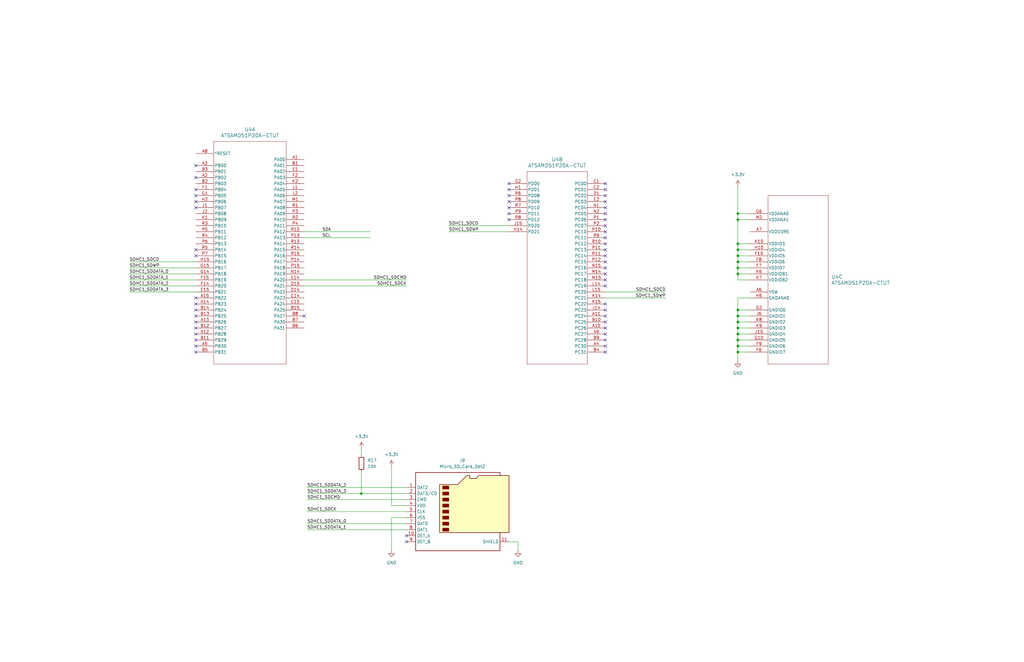
<source format=kicad_sch>
(kicad_sch (version 20250114) (generator "eeschema") (generator_version "9.0")
  (paper "B")
  (lib_symbols
    (symbol "ATSAMD51P20A:ATSAMD51P20A-CTUT" (pin_names (offset 0.254))
      (property "Reference" "U" (at 22.86 10.16 0))
      (property "Value" "ATSAMD51P20A-CTUT" (at 22.86 7.62 0))
      (symbol "ATSAMD51P20A-CTUT_1_1"
        (polyline (pts (xy 7.62 5.08) (xy 7.62 -88.9)) (stroke (width 0.127)))
        (polyline (pts (xy 7.62 -88.9) (xy 38.1 -88.9)) (stroke (width 0.127)))
        (polyline (pts (xy 38.1 5.08) (xy 7.62 5.08)) (stroke (width 0.127)))
        (polyline (pts (xy 38.1 -88.9) (xy 38.1 5.08)) (stroke (width 0.127)))
        (pin input line (at 0 0 0) (length 7.62) (name "*RESET") (number "A8"))
        (pin bidirectional line (at 0 -5.08 0) (length 7.62) (name "PB00") (number "A3"))
        (pin bidirectional line (at 0 -7.62 0) (length 7.62) (name "PB01") (number "B3"))
        (pin bidirectional line (at 0 -10.16 0) (length 7.62) (name "PB02") (number "A2"))
        (pin bidirectional line (at 0 -12.7 0) (length 7.62) (name "PB03") (number "B2"))
        (pin bidirectional line (at 0 -15.24 0) (length 7.62) (name "PB04") (number "F1"))
        (pin bidirectional line (at 0 -17.78 0) (length 7.62) (name "PB05") (number "G1"))
        (pin bidirectional line (at 0 -20.32 0) (length 7.62) (name "PB06") (number "H2"))
        (pin bidirectional line (at 0 -22.86 0) (length 7.62) (name "PB07") (number "J1"))
        (pin bidirectional line (at 0 -25.4 0) (length 7.62) (name "PB08") (number "J2"))
        (pin bidirectional line (at 0 -27.94 0) (length 7.62) (name "PB09") (number "K1"))
        (pin bidirectional line (at 0 -30.48 0) (length 7.62) (name "PB10") (number "R3"))
        (pin bidirectional line (at 0 -33.02 0) (length 7.62) (name "PB11") (number "P5"))
        (pin bidirectional line (at 0 -35.56 0) (length 7.62) (name "PB12") (number "R4"))
        (pin bidirectional line (at 0 -38.1 0) (length 7.62) (name "PB13") (number "P6"))
        (pin bidirectional line (at 0 -40.64 0) (length 7.62) (name "PB14") (number "R5"))
        (pin bidirectional line (at 0 -43.18 0) (length 7.62) (name "PB15") (number "P7"))
        (pin bidirectional line (at 0 -45.72 0) (length 7.62) (name "PB16") (number "H15"))
        (pin bidirectional line (at 0 -48.26 0) (length 7.62) (name "PB17") (number "G15"))
        (pin bidirectional line (at 0 -50.8 0) (length 7.62) (name "PB18") (number "G14"))
        (pin bidirectional line (at 0 -53.34 0) (length 7.62) (name "PB19") (number "F15"))
        (pin bidirectional line (at 0 -55.88 0) (length 7.62) (name "PB20") (number "F14"))
        (pin bidirectional line (at 0 -58.42 0) (length 7.62) (name "PB21") (number "E15"))
        (pin bidirectional line (at 0 -60.96 0) (length 7.62) (name "PB22") (number "A15"))
        (pin bidirectional line (at 0 -63.5 0) (length 7.62) (name "PB23") (number "A14"))
        (pin bidirectional line (at 0 -66.04 0) (length 7.62) (name "PB24") (number "B14"))
        (pin bidirectional line (at 0 -68.58 0) (length 7.62) (name "PB25") (number "B13"))
        (pin bidirectional line (at 0 -71.12 0) (length 7.62) (name "PB26") (number "A13"))
        (pin bidirectional line (at 0 -73.66 0) (length 7.62) (name "PB27") (number "B12"))
        (pin bidirectional line (at 0 -76.2 0) (length 7.62) (name "PB28") (number "A12"))
        (pin bidirectional line (at 0 -78.74 0) (length 7.62) (name "PB29") (number "B11"))
        (pin bidirectional line (at 0 -81.28 0) (length 7.62) (name "PB30") (number "A5"))
        (pin bidirectional line (at 0 -83.82 0) (length 7.62) (name "PB31") (number "B5"))
        (pin bidirectional line (at 45.72 -2.54 180) (length 7.62) (name "PA00") (number "A1"))
        (pin bidirectional line (at 45.72 -5.08 180) (length 7.62) (name "PA01") (number "B1"))
        (pin bidirectional line (at 45.72 -7.62 180) (length 7.62) (name "PA02") (number "E1"))
        (pin bidirectional line (at 45.72 -10.16 180) (length 7.62) (name "PA03") (number "F2"))
        (pin bidirectional line (at 45.72 -12.7 180) (length 7.62) (name "PA04") (number "K2"))
        (pin bidirectional line (at 45.72 -15.24 180) (length 7.62) (name "PA05") (number "L1"))
        (pin bidirectional line (at 45.72 -17.78 180) (length 7.62) (name "PA06") (number "L2"))
        (pin bidirectional line (at 45.72 -20.32 180) (length 7.62) (name "PA07") (number "M1"))
        (pin bidirectional line (at 45.72 -22.86 180) (length 7.62) (name "PA08") (number "R1"))
        (pin bidirectional line (at 45.72 -25.4 180) (length 7.62) (name "PA09") (number "P3"))
        (pin bidirectional line (at 45.72 -27.94 180) (length 7.62) (name "PA10") (number "R2"))
        (pin bidirectional line (at 45.72 -30.48 180) (length 7.62) (name "PA11") (number "P4"))
        (pin bidirectional line (at 45.72 -33.02 180) (length 7.62) (name "PA12") (number "R12"))
        (pin bidirectional line (at 45.72 -35.56 180) (length 7.62) (name "PA13") (number "P13"))
        (pin bidirectional line (at 45.72 -38.1 180) (length 7.62) (name "PA14") (number "R13"))
        (pin bidirectional line (at 45.72 -40.64 180) (length 7.62) (name "PA15") (number "R14"))
        (pin bidirectional line (at 45.72 -43.18 180) (length 7.62) (name "PA16") (number "R15"))
        (pin bidirectional line (at 45.72 -45.72 180) (length 7.62) (name "PA17") (number "P14"))
        (pin bidirectional line (at 45.72 -48.26 180) (length 7.62) (name "PA18") (number "P15"))
        (pin bidirectional line (at 45.72 -50.8 180) (length 7.62) (name "PA19") (number "N14"))
        (pin bidirectional line (at 45.72 -53.34 180) (length 7.62) (name "PA20") (number "E14"))
        (pin bidirectional line (at 45.72 -55.88 180) (length 7.62) (name "PA21") (number "D15"))
        (pin bidirectional line (at 45.72 -58.42 180) (length 7.62) (name "PA22") (number "D14"))
        (pin bidirectional line (at 45.72 -60.96 180) (length 7.62) (name "PA23") (number "C14"))
        (pin bidirectional line (at 45.72 -63.5 180) (length 7.62) (name "PA24") (number "C15"))
        (pin bidirectional line (at 45.72 -66.04 180) (length 7.62) (name "PA25") (number "B15"))
        (pin bidirectional line (at 45.72 -68.58 180) (length 7.62) (name "PA27") (number "B8"))
        (pin bidirectional line (at 45.72 -71.12 180) (length 7.62) (name "PA30") (number "B7"))
        (pin bidirectional line (at 45.72 -73.66 180) (length 7.62) (name "PA31") (number "B6"))
      )
      (symbol "ATSAMD51P20A-CTUT_2_1"
        (polyline (pts (xy 7.62 5.08) (xy 7.62 -76.2)) (stroke (width 0.127)))
        (polyline (pts (xy 7.62 -76.2) (xy 33.02 -76.2)) (stroke (width 0.127)))
        (polyline (pts (xy 33.02 5.08) (xy 7.62 5.08)) (stroke (width 0.127)))
        (polyline (pts (xy 33.02 -76.2) (xy 33.02 5.08)) (stroke (width 0.127)))
        (pin bidirectional line (at 0 0 0) (length 7.62) (name "PD00") (number "G2"))
        (pin bidirectional line (at 0 -2.54 0) (length 7.62) (name "PD01") (number "H1"))
        (pin bidirectional line (at 0 -5.08 0) (length 7.62) (name "PD08") (number "R6"))
        (pin bidirectional line (at 0 -7.62 0) (length 7.62) (name "PD09") (number "P8"))
        (pin bidirectional line (at 0 -10.16 0) (length 7.62) (name "PD10") (number "R7"))
        (pin bidirectional line (at 0 -12.7 0) (length 7.62) (name "PD11") (number "P9"))
        (pin bidirectional line (at 0 -15.24 0) (length 7.62) (name "PD12") (number "R8"))
        (pin bidirectional line (at 0 -17.78 0) (length 7.62) (name "PD20") (number "J15"))
        (pin bidirectional line (at 0 -20.32 0) (length 7.62) (name "PD21") (number "H14"))
        (pin bidirectional line (at 40.64 0 180) (length 7.62) (name "PC00") (number "C1"))
        (pin bidirectional line (at 40.64 -2.54 180) (length 7.62) (name "PC01") (number "C2"))
        (pin bidirectional line (at 40.64 -5.08 180) (length 7.62) (name "PC02") (number "D1"))
        (pin bidirectional line (at 40.64 -7.62 180) (length 7.62) (name "PC03") (number "E2"))
        (pin bidirectional line (at 40.64 -10.16 180) (length 7.62) (name "PC04") (number "N1"))
        (pin bidirectional line (at 40.64 -12.7 180) (length 7.62) (name "PC05") (number "N2"))
        (pin bidirectional line (at 40.64 -15.24 180) (length 7.62) (name "PC06") (number "P1"))
        (pin bidirectional line (at 40.64 -17.78 180) (length 7.62) (name "PC07") (number "P2"))
        (pin bidirectional line (at 40.64 -20.32 180) (length 7.62) (name "PC10") (number "P10"))
        (pin bidirectional line (at 40.64 -22.86 180) (length 7.62) (name "PC11") (number "R9"))
        (pin bidirectional line (at 40.64 -25.4 180) (length 7.62) (name "PC12") (number "R10"))
        (pin bidirectional line (at 40.64 -27.94 180) (length 7.62) (name "PC13") (number "P11"))
        (pin bidirectional line (at 40.64 -30.48 180) (length 7.62) (name "PC14") (number "R11"))
        (pin bidirectional line (at 40.64 -33.02 180) (length 7.62) (name "PC15") (number "P12"))
        (pin bidirectional line (at 40.64 -35.56 180) (length 7.62) (name "PC16") (number "N15"))
        (pin bidirectional line (at 40.64 -38.1 180) (length 7.62) (name "PC17") (number "M14"))
        (pin bidirectional line (at 40.64 -40.64 180) (length 7.62) (name "PC18") (number "M15"))
        (pin bidirectional line (at 40.64 -43.18 180) (length 7.62) (name "PC19") (number "L14"))
        (pin bidirectional line (at 40.64 -45.72 180) (length 7.62) (name "PC20") (number "L15"))
        (pin bidirectional line (at 40.64 -48.26 180) (length 7.62) (name "PC21") (number "K14"))
        (pin bidirectional line (at 40.64 -50.8 180) (length 7.62) (name "PC22") (number "K15"))
        (pin bidirectional line (at 40.64 -53.34 180) (length 7.62) (name "PC23") (number "J14"))
        (pin bidirectional line (at 40.64 -55.88 180) (length 7.62) (name "PC24") (number "A11"))
        (pin bidirectional line (at 40.64 -58.42 180) (length 7.62) (name "PC25") (number "B10"))
        (pin bidirectional line (at 40.64 -60.96 180) (length 7.62) (name "PC26") (number "A10"))
        (pin bidirectional line (at 40.64 -63.5 180) (length 7.62) (name "PC27") (number "A9"))
        (pin bidirectional line (at 40.64 -66.04 180) (length 7.62) (name "PC28") (number "B9"))
        (pin bidirectional line (at 40.64 -68.58 180) (length 7.62) (name "PC30") (number "A4"))
        (pin bidirectional line (at 40.64 -71.12 180) (length 7.62) (name "PC31") (number "B4"))
      )
      (symbol "ATSAMD51P20A-CTUT_3_1"
        (polyline (pts (xy 7.62 7.62) (xy 7.62 -63.5)) (stroke (width 0.127)))
        (polyline (pts (xy 7.62 -63.5) (xy 33.02 -63.5)) (stroke (width 0.127)))
        (polyline (pts (xy 33.02 7.62) (xy 7.62 7.62)) (stroke (width 0.127)))
        (polyline (pts (xy 33.02 -63.5) (xy 33.02 7.62)) (stroke (width 0.127)))
        (pin power_in line (at 0 0 0) (length 7.62) (name "VDDANA0") (number "G6"))
        (pin power_in line (at 0 -2.54 0) (length 7.62) (name "VDDANA1") (number "M2"))
        (pin power_in line (at 0 -7.62 0) (length 7.62) (name "VDDCORE") (number "A7"))
        (pin power_in line (at 0 -12.7 0) (length 7.62) (name "VDDIO3") (number "K10"))
        (pin power_in line (at 0 -15.24 0) (length 7.62) (name "VDDIO4") (number "H10"))
        (pin power_in line (at 0 -17.78 0) (length 7.62) (name "VDDIO5") (number "F10"))
        (pin power_in line (at 0 -20.32 0) (length 7.62) (name "VDDIO6") (number "F8"))
        (pin power_in line (at 0 -22.86 0) (length 7.62) (name "VDDIO7") (number "F7"))
        (pin power_in line (at 0 -25.4 0) (length 7.62) (name "VDDIOB1") (number "K6"))
        (pin power_in line (at 0 -27.94 0) (length 7.62) (name "VDDIOB2") (number "K7"))
        (pin power_in line (at 0 -33.02 0) (length 7.62) (name "VSW") (number "A6"))
        (pin power_out line (at 0 -35.56 0) (length 7.62) (name "GNDANA0") (number "H6"))
        (pin power_out line (at 0 -40.64 0) (length 7.62) (name "GNDIO0") (number "D2"))
        (pin power_out line (at 0 -43.18 0) (length 7.62) (name "GNDIO1") (number "J6"))
        (pin power_out line (at 0 -45.72 0) (length 7.62) (name "GNDIO2") (number "K8"))
        (pin power_out line (at 0 -48.26 0) (length 7.62) (name "GNDIO3") (number "K9"))
        (pin power_out line (at 0 -50.8 0) (length 7.62) (name "GNDIO4") (number "J10"))
        (pin power_out line (at 0 -53.34 0) (length 7.62) (name "GNDIO5") (number "G10"))
        (pin power_out line (at 0 -55.88 0) (length 7.62) (name "GNDIO6") (number "F9"))
        (pin power_out line (at 0 -58.42 0) (length 7.62) (name "GNDIO7") (number "F6"))
      )
    )
    (symbol "Connector:Micro_SD_Card_Det2"
      (property "Reference" "J" (at -16.51 17.78 0))
      (property "Value" "Micro_SD_Card_Det2" (at 16.51 17.78 0))
      (symbol "Micro_SD_Card_Det2_0_1"
        (polyline (pts (xy -8.89 -8.89) (xy -8.89 11.43) (xy -1.27 11.43) (xy 2.54 15.24) (xy 3.81 15.24) (xy 3.81 13.97) (xy 6.35 13.97) (xy 7.62 15.24) (xy 20.32 15.24) (xy 20.32 -8.89) (xy -8.89 -8.89)) (stroke (width 0.254)) (fill (type background)))
        (rectangle (start -7.62 10.795) (end -5.08 9.525) (stroke (width 0.254)) (fill (type outline)))
        (rectangle (start -7.62 8.255) (end -5.08 6.985) (stroke (width 0.254)) (fill (type outline)))
        (rectangle (start -7.62 5.715) (end -5.08 4.445) (stroke (width 0.254)) (fill (type outline)))
        (rectangle (start -7.62 3.175) (end -5.08 1.905) (stroke (width 0.254)) (fill (type outline)))
        (rectangle (start -7.62 0.635) (end -5.08 -0.635) (stroke (width 0.254)) (fill (type outline)))
        (rectangle (start -7.62 -1.905) (end -5.08 -3.175) (stroke (width 0.254)) (fill (type outline)))
        (rectangle (start -7.62 -4.445) (end -5.08 -5.715) (stroke (width 0.254)) (fill (type outline)))
        (rectangle (start -7.62 -6.985) (end -5.08 -8.255) (stroke (width 0.254)) (fill (type outline)))
        (polyline (pts (xy 16.51 15.24) (xy 16.51 16.51) (xy -19.05 16.51) (xy -19.05 -16.51) (xy 16.51 -16.51) (xy 16.51 -8.89)) (stroke (width 0.254)))
      )
      (symbol "Micro_SD_Card_Det2_1_1"
        (pin bidirectional line (at -22.86 10.16 0) (length 3.81) (name "DAT2") (number "1"))
        (pin bidirectional line (at -22.86 7.62 0) (length 3.81) (name "DAT3/CD") (number "2"))
        (pin input line (at -22.86 5.08 0) (length 3.81) (name "CMD") (number "3"))
        (pin power_in line (at -22.86 2.54 0) (length 3.81) (name "VDD") (number "4"))
        (pin input line (at -22.86 0 0) (length 3.81) (name "CLK") (number "5"))
        (pin power_in line (at -22.86 -2.54 0) (length 3.81) (name "VSS") (number "6"))
        (pin bidirectional line (at -22.86 -5.08 0) (length 3.81) (name "DAT0") (number "7"))
        (pin bidirectional line (at -22.86 -7.62 0) (length 3.81) (name "DAT1") (number "8"))
        (pin passive line (at -22.86 -10.16 0) (length 3.81) (name "DET_A") (number "10"))
        (pin passive line (at -22.86 -12.7 0) (length 3.81) (name "DET_B") (number "9"))
        (pin passive line (at 20.32 -12.7 180) (length 3.81) (name "SHIELD") (number "11"))
      )
    )
    (symbol "Device:R" (pin_numbers (hide yes)) (pin_names (offset 0))
      (property "Reference" "R" (at 2.032 0 90))
      (property "Value" "R" (at 0 0 90))
      (symbol "R_0_1"
        (rectangle (start -1.016 -2.54) (end 1.016 2.54) (stroke (width 0.254)))
      )
      (symbol "R_1_1"
        (pin passive line (at 0 3.81 270) (length 1.27) (name "~") (number "1"))
        (pin passive line (at 0 -3.81 90) (length 1.27) (name "~") (number "2"))
      )
    )
    (symbol "power:+3.3V" (power) (pin_numbers (hide yes)) (pin_names (offset 0) (hide yes))
      (property "Value" "+3.3V" (at 0 3.556 0))
      (symbol "+3.3V_0_1"
        (polyline (pts (xy -0.762 1.27) (xy 0 2.54)))
        (polyline (pts (xy 0 2.54) (xy 0.762 1.27)))
        (polyline (pts (xy 0 0) (xy 0 2.54)))
      )
      (symbol "+3.3V_1_1"
        (pin power_in line (at 0 0 90) (length 0) (name "~") (number "1"))
      )
    )
    (symbol "power:GND" (power) (pin_numbers (hide yes)) (pin_names (offset 0) (hide yes))
      (property "Value" "GND" (at 0 -3.81 0))
      (symbol "GND_0_1"
        (polyline (pts (xy 0 0) (xy 0 -1.27) (xy 1.27 -1.27) (xy 0 -2.54) (xy -1.27 -1.27) (xy 0 -1.27)))
      )
      (symbol "GND_1_1"
        (pin power_in line (at 0 0 270) (length 0) (name "~") (number "1"))
      )
    )
  )
  (junction (at 311.15 92.71))
  (junction (at 311.15 140.97))
  (junction (at 311.15 105.41))
  (junction (at 311.15 113.03))
  (junction (at 311.15 135.89))
  (junction (at 311.15 133.35))
  (junction (at 311.15 143.51))
  (junction (at 311.15 138.43))
  (junction (at 311.15 102.87))
  (junction (at 311.15 148.59))
  (junction (at 311.15 115.57))
  (junction (at 311.15 107.95))
  (junction (at 311.15 90.17))
  (junction (at 311.15 146.05))
  (junction (at 152.4 208.28))
  (junction (at 311.15 130.81))
  (junction (at 311.15 110.49))
  (no_connect (at 82.55 87.63))
  (no_connect (at 255.27 90.17))
  (no_connect (at 255.27 138.43))
  (no_connect (at 255.27 110.49))
  (no_connect (at 255.27 97.79))
  (no_connect (at 214.63 77.47))
  (no_connect (at 255.27 113.03))
  (no_connect (at 82.55 140.97))
  (no_connect (at 171.45 226.06))
  (no_connect (at 255.27 107.95))
  (no_connect (at 82.55 138.43))
  (no_connect (at 171.45 228.6))
  (no_connect (at 214.63 87.63))
  (no_connect (at 255.27 92.71))
  (no_connect (at 255.27 105.41))
  (no_connect (at 82.55 148.59))
  (no_connect (at 255.27 87.63))
  (no_connect (at 82.55 135.89))
  (no_connect (at 214.63 90.17))
  (no_connect (at 255.27 148.59))
  (no_connect (at 82.55 133.35))
  (no_connect (at 214.63 82.55))
  (no_connect (at 82.55 69.85))
  (no_connect (at 82.55 85.09))
  (no_connect (at 255.27 130.81))
  (no_connect (at 82.55 128.27))
  (no_connect (at 255.27 135.89))
  (no_connect (at 82.55 107.95))
  (no_connect (at 255.27 118.11))
  (no_connect (at 255.27 133.35))
  (no_connect (at 255.27 100.33))
  (no_connect (at 255.27 146.05))
  (no_connect (at 82.55 82.55))
  (no_connect (at 82.55 80.01))
  (no_connect (at 255.27 82.55))
  (no_connect (at 128.27 133.35))
  (no_connect (at 214.63 85.09))
  (no_connect (at 255.27 140.97))
  (no_connect (at 255.27 85.09))
  (no_connect (at 255.27 95.25))
  (no_connect (at 255.27 120.65))
  (no_connect (at 82.55 146.05))
  (no_connect (at 255.27 102.87))
  (no_connect (at 82.55 143.51))
  (no_connect (at 82.55 105.41))
  (no_connect (at 255.27 80.01))
  (no_connect (at 214.63 80.01))
  (no_connect (at 82.55 74.93))
  (no_connect (at 214.63 92.71))
  (no_connect (at 82.55 125.73))
  (no_connect (at 255.27 77.47))
  (no_connect (at 82.55 130.81))
  (no_connect (at 255.27 115.57))
  (no_connect (at 255.27 143.51))
  (no_connect (at 255.27 128.27))
  (wire (pts (xy 311.15 138.43) (xy 311.15 135.89)))
  (wire (pts (xy 311.15 125.73) (xy 311.15 130.81)))
  (wire (pts (xy 189.23 95.25) (xy 214.63 95.25)))
  (wire (pts (xy 128.27 118.11) (xy 171.45 118.11)) (stroke (width 0.1524)))
  (wire (pts (xy 152.4 208.28) (xy 171.45 208.28)))
  (wire (pts (xy 311.15 107.95) (xy 316.23 107.95)))
  (wire (pts (xy 311.15 135.89) (xy 311.15 133.35)))
  (wire (pts (xy 311.15 152.4) (xy 311.15 148.59)))
  (wire (pts (xy 311.15 115.57) (xy 311.15 113.03)))
  (wire (pts (xy 165.1 213.36) (xy 171.45 213.36)))
  (wire (pts (xy 129.54 215.9) (xy 171.45 215.9)))
  (wire (pts (xy 311.15 102.87) (xy 311.15 105.41)))
  (wire (pts (xy 311.15 138.43) (xy 316.23 138.43)))
  (wire (pts (xy 311.15 110.49) (xy 316.23 110.49)))
  (wire (pts (xy 311.15 140.97) (xy 311.15 138.43)))
  (wire (pts (xy 128.27 100.33) (xy 156.21 100.33)) (stroke (width 0.1524)))
  (wire (pts (xy 54.61 113.03) (xy 82.55 113.03)) (stroke (width 0.1524)))
  (wire (pts (xy 129.54 208.28) (xy 152.4 208.28)))
  (wire (pts (xy 165.1 218.44) (xy 171.45 218.44)))
  (wire (pts (xy 54.61 110.49) (xy 82.55 110.49)) (stroke (width 0.1524)))
  (wire (pts (xy 214.63 228.6) (xy 218.44 228.6)))
  (wire (pts (xy 54.61 123.19) (xy 82.55 123.19)) (stroke (width 0.1524)))
  (wire (pts (xy 311.15 148.59) (xy 311.15 146.05)))
  (wire (pts (xy 316.23 113.03) (xy 311.15 113.03)))
  (wire (pts (xy 311.15 92.71) (xy 311.15 102.87)))
  (wire (pts (xy 311.15 113.03) (xy 311.15 110.49)))
  (wire (pts (xy 128.27 120.65) (xy 171.45 120.65)) (stroke (width 0.1524)))
  (wire (pts (xy 311.15 78.74) (xy 311.15 90.17)))
  (wire (pts (xy 129.54 223.52) (xy 171.45 223.52)))
  (wire (pts (xy 311.15 143.51) (xy 316.23 143.51)))
  (wire (pts (xy 316.23 125.73) (xy 311.15 125.73)))
  (wire (pts (xy 311.15 110.49) (xy 311.15 107.95)))
  (wire (pts (xy 311.15 133.35) (xy 316.23 133.35)))
  (wire (pts (xy 311.15 102.87) (xy 316.23 102.87)))
  (wire (pts (xy 128.27 97.79) (xy 156.21 97.79)) (stroke (width 0.1524)))
  (wire (pts (xy 129.54 210.82) (xy 171.45 210.82)))
  (wire (pts (xy 311.15 143.51) (xy 311.15 140.97)))
  (wire (pts (xy 311.15 148.59) (xy 316.23 148.59)))
  (wire (pts (xy 311.15 146.05) (xy 316.23 146.05)))
  (wire (pts (xy 316.23 118.11) (xy 311.15 118.11)))
  (wire (pts (xy 311.15 90.17) (xy 316.23 90.17)))
  (wire (pts (xy 255.27 125.73) (xy 280.67 125.73)))
  (wire (pts (xy 311.15 105.41) (xy 316.23 105.41)))
  (wire (pts (xy 311.15 107.95) (xy 311.15 105.41)))
  (wire (pts (xy 165.1 218.44) (xy 165.1 232.41)))
  (wire (pts (xy 165.1 196.85) (xy 165.1 213.36)))
  (wire (pts (xy 311.15 146.05) (xy 311.15 143.51)))
  (wire (pts (xy 152.4 199.39) (xy 152.4 208.28)))
  (wire (pts (xy 316.23 115.57) (xy 311.15 115.57)))
  (wire (pts (xy 311.15 140.97) (xy 316.23 140.97)))
  (wire (pts (xy 152.4 189.23) (xy 152.4 191.77)))
  (wire (pts (xy 129.54 220.98) (xy 171.45 220.98)))
  (wire (pts (xy 129.54 205.74) (xy 171.45 205.74)))
  (wire (pts (xy 311.15 90.17) (xy 311.15 92.71)))
  (wire (pts (xy 54.61 118.11) (xy 82.55 118.11)) (stroke (width 0.1524)))
  (wire (pts (xy 311.15 92.71) (xy 316.23 92.71)))
  (wire (pts (xy 311.15 135.89) (xy 316.23 135.89)))
  (wire (pts (xy 311.15 130.81) (xy 316.23 130.81)))
  (wire (pts (xy 218.44 228.6) (xy 218.44 232.41)))
  (wire (pts (xy 189.23 97.79) (xy 214.63 97.79)))
  (wire (pts (xy 311.15 133.35) (xy 311.15 130.81)))
  (wire (pts (xy 54.61 115.57) (xy 82.55 115.57)) (stroke (width 0.1524)))
  (wire (pts (xy 255.27 123.19) (xy 280.67 123.19)))
  (wire (pts (xy 311.15 118.11) (xy 311.15 115.57)))
  (wire (pts (xy 54.61 120.65) (xy 82.55 120.65)) (stroke (width 0.1524)))
  (label "SDHC1_SDDATA_1" (at 54.61 118.11 0))
  (label "SDHC1_SDWP" (at 189.23 97.79 0))
  (label "SDHC1_SDCD" (at 280.67 123.19 180))
  (label "SDHC1_SDDATA_2" (at 129.54 205.74 0))
  (label "SDHC1_SDDATA_1" (at 129.54 223.52 0))
  (label "SCL" (at 135.89 100.33 0) (effects (font (size 1.2446 1.2446))))
  (label "SDHC1_SDDATA_3" (at 129.54 208.28 0))
  (label "SDHC1_SDCK" (at 129.54 215.9 0))
  (label "SDHC1_SDWP" (at 54.61 113.03 0))
  (label "SDHC1_SDDATA_2" (at 54.61 120.65 0))
  (label "SDHC1_SDDATA_0" (at 54.61 115.57 0))
  (label "SDA" (at 135.89 97.79 0) (effects (font (size 1.2446 1.2446))))
  (label "SDHC1_SDDATA_3" (at 54.61 123.19 0))
  (label "SDHC1_SDCK" (at 171.45 120.65 180))
  (label "SDHC1_SDWP" (at 280.67 125.73 180))
  (label "SDHC1_SDCMD" (at 129.54 210.82 0))
  (label "SDHC1_SDDATA_0" (at 129.54 220.98 0))
  (label "SDHC1_SDCMD" (at 171.45 118.11 180))
  (label "SDHC1_SDCD" (at 189.23 95.25 0))
  (label "SDHC1_SDCD" (at 54.61 110.49 0))
  (symbol (lib_id "ATSAMD51P20A:ATSAMD51P20A-CTUT") (at 316.23 90.17 0) (unit 3) (on_board no)
    (property "Reference" "U4" (at 350.52 116.8399 0) (effects (font (size 1.524 1.524)) (justify left)))
    (property "Value" "ATSAMD51P20A-CTUT" (at 350.52 119.3799 0) (effects (font (size 1.524 1.524)) (justify left)))
    (property "Footprint" "ATSAMD51P20A:TFBGA120_DGB_MCH-L" (effects (hide yes)))
    (property "Datasheet" "ATSAMD51P20A-CTUT" (effects (hide yes)))
  )
  (symbol (lib_id "ATSAMD51P20A:ATSAMD51P20A-CTUT") (at 214.63 77.47 0) (unit 2) (on_board no)
    (property "Reference" "U4" (at 234.95 67.31 0) (effects (font (size 1.524 1.524))))
    (property "Value" "ATSAMD51P20A-CTUT" (at 234.95 69.85 0) (effects (font (size 1.524 1.524))))
    (property "Footprint" "ATSAMD51P20A:TFBGA120_DGB_MCH-L" (effects (hide yes)))
    (property "Datasheet" "ATSAMD51P20A-CTUT" (effects (hide yes)))
  )
  (symbol (lib_id "ATSAMD51P20A:ATSAMD51P20A-CTUT") (at 82.55 64.77 0) (unit 1) (on_board no)
    (property "Reference" "U4" (at 105.41 54.61 0) (effects (font (size 1.524 1.524))))
    (property "Value" "ATSAMD51P20A-CTUT" (at 105.41 57.15 0) (effects (font (size 1.524 1.524))))
    (property "Footprint" "ATSAMD51P20A:TFBGA120_DGB_MCH-L" (effects (hide yes)))
    (property "Datasheet" "ATSAMD51P20A-CTUT" (effects (hide yes)))
  )
  (symbol (lib_id "power:+3.3V") (at 311.15 78.74 0) (unit 1)
    (property "Reference" "#PWR058" (effects (hide yes)))
    (property "Value" "+3.3V" (at 311.15 73.66 0))
    (property "Description" "Power symbol creates a global label with name \"+3.3V\"" (effects (hide yes)))
  )
  (symbol (lib_id "power:GND") (at 165.1 232.41 0) (unit 1)
    (property "Reference" "#PWR062" (effects (hide yes)))
    (property "Value" "GND" (at 165.1 237.49 0))
    (property "Description" "Power symbol creates a global label with name \"GND\" , ground" (effects (hide yes)))
  )
  (symbol (lib_id "power:GND") (at 311.15 152.4 0) (unit 1)
    (property "Reference" "#PWR061" (effects (hide yes)))
    (property "Value" "GND" (at 311.15 157.48 0))
    (property "Description" "Power symbol creates a global label with name \"GND\" , ground" (effects (hide yes)))
  )
  (symbol (lib_id "power:+3.3V") (at 152.4 189.23 0) (unit 1)
    (property "Reference" "#PWR059" (effects (hide yes)))
    (property "Value" "+3.3V" (at 152.4 184.15 0))
    (property "Description" "Power symbol creates a global label with name \"+3.3V\"" (effects (hide yes)))
  )
  (symbol (lib_id "power:GND") (at 218.44 232.41 0) (unit 1)
    (property "Reference" "#PWR063" (effects (hide yes)))
    (property "Value" "GND" (at 218.44 237.49 0))
    (property "Description" "Power symbol creates a global label with name \"GND\" , ground" (effects (hide yes)))
  )
  (symbol (lib_id "Connector:Micro_SD_Card_Det2") (at 194.31 215.9 0) (unit 1) (on_board no)
    (property "Reference" "J9" (at 194.945 194.31 0))
    (property "Value" "Micro_SD_Card_Det2" (at 194.945 196.85 0))
    (property "Footprint" "Connector_Card:microSD_HC_Molex_104031-0811" (effects (hide yes)))
    (property "Datasheet" "https://www.hirose.com/en/product/document?clcode=&productname=&series=DM3&documenttype=Catalog&lang=en&documentid=D49662_en" (effects (hide yes)))
    (property "Description" "Micro SD Card Socket with two card detection pins" (effects (hide yes)))
  )
  (symbol (lib_id "power:+3.3V") (at 165.1 196.85 0) (unit 1)
    (property "Reference" "#PWR060" (effects (hide yes)))
    (property "Value" "+3.3V" (at 165.1 191.77 0))
    (property "Description" "Power symbol creates a global label with name \"+3.3V\"" (effects (hide yes)))
  )
  (symbol (lib_id "Device:R") (at 152.4 195.58 180) (unit 1) (on_board no)
    (property "Reference" "R17" (at 154.94 194.3099 0) (effects (justify right)))
    (property "Value" "10K" (at 154.94 196.8499 0) (effects (justify right)))
    (property "Footprint" "Resistor_SMD:R_0603_1608Metric_Pad0.98x0.95mm_HandSolder" (effects (hide yes)))
    (property "Description" "Resistor" (effects (hide yes)))
  )
)
</source>
